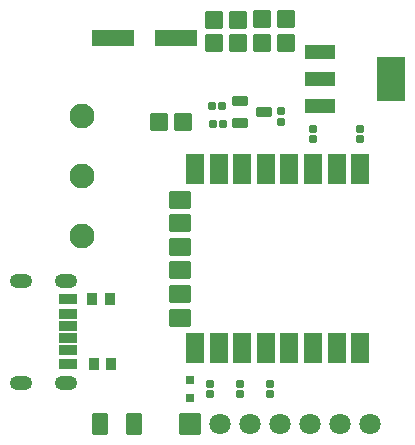
<source format=gts>
G04 Layer: TopSolderMaskLayer*
G04 EasyEDA v6.5.22, 2023-04-06 23:37:51*
G04 59bfaf2a9afe4f888a6a27d7eff82a53,13d4147aac1444c28c06bf4132869bd4,10*
G04 Gerber Generator version 0.2*
G04 Scale: 100 percent, Rotated: No, Reflected: No *
G04 Dimensions in millimeters *
G04 leading zeros omitted , absolute positions ,4 integer and 5 decimal *
%FSLAX45Y45*%
%MOMM*%

%AMMACRO1*1,1,$1,$2,$3*1,1,$1,$4,$5*1,1,$1,0-$2,0-$3*1,1,$1,0-$4,0-$5*20,1,$1,$2,$3,$4,$5,0*20,1,$1,$4,$5,0-$2,0-$3,0*20,1,$1,0-$2,0-$3,0-$4,0-$5,0*20,1,$1,0-$4,0-$5,$2,$3,0*4,1,4,$2,$3,$4,$5,0-$2,0-$3,0-$4,0-$5,$2,$3,0*%
%ADD10MACRO1,0.1016X-0.595X0.864X0.595X0.864*%
%ADD11MACRO1,0.1016X-0.4032X-0.432X-0.4032X0.432*%
%ADD12MACRO1,0.1016X0.4032X-0.432X0.4032X0.432*%
%ADD13MACRO1,0.1016X0.7493X0.4001X0.7493X-0.4001*%
%ADD14MACRO1,0.1016X0.7493X0.3797X0.7493X-0.3797*%
%ADD15MACRO1,0.1016X0.7493X0.3505X0.7493X-0.3505*%
%ADD16O,1.9015964X1.2015978000000003*%
%ADD17C,2.1016*%
%ADD18MACRO1,0.1016X0.625X-0.35X-0.625X-0.35*%
%ADD19MACRO1,0.1016X0.2828X0.27X0.2828X-0.27*%
%ADD20MACRO1,0.1016X-0.2828X0.27X-0.2828X-0.27*%
%ADD21MACRO1,0.1016X-0.27X0.2828X0.27X0.2828*%
%ADD22MACRO1,0.1016X-0.27X-0.2828X0.27X-0.2828*%
%ADD23MACRO1,0.1016X-0.675X0.705X0.675X0.705*%
%ADD24MACRO1,0.1016X-0.675X-0.705X0.675X-0.705*%
%ADD25MACRO1,0.1016X-0.705X-0.675X-0.705X0.675*%
%ADD26MACRO1,0.1016X0.705X-0.675X0.705X0.675*%
%ADD27MACRO1,0.1016X1.75X-0.6X-1.75X-0.6*%
%ADD28MACRO1,0.1016X-0.3X-0.3X-0.3X0.3*%
%ADD29MACRO1,0.1016X0.3X0.3X0.3X-0.3*%
%ADD30MACRO1,0.1016X-0.85X0.85X0.85X0.85*%
%ADD31C,1.8016*%
%ADD32MACRO1,0.1016X0.27X-0.2828X-0.27X-0.2828*%
%ADD33MACRO1,0.1016X0.27X0.2828X-0.27X0.2828*%
%ADD34MACRO1,0.1016X-0.7X-1.25X-0.7X1.25*%
%ADD35MACRO1,0.1016X-0.85X0.7X0.85X0.7*%
%ADD36MACRO1,0.1016X0.7X1.25X0.7X-1.25*%
%ADD37MACRO1,0.1016X1.25X-0.55X-1.25X-0.55*%
%ADD38MACRO1,0.1016X-1.17X-1.8X-1.17X1.8*%

%LPD*%
D10*
G01*
X845997Y-3619492D03*
G01*
X1134998Y-3619492D03*
D11*
G01*
X943324Y-3117994D03*
D12*
G01*
X792674Y-3117994D03*
D11*
G01*
X934322Y-2568493D03*
D12*
G01*
X783672Y-2568493D03*
D13*
G01*
X574492Y-3118446D03*
D14*
G01*
X574492Y-2995510D03*
D15*
G01*
X574492Y-2893529D03*
G01*
X574492Y-2793453D03*
D14*
G01*
X574492Y-2691472D03*
D13*
G01*
X574492Y-2568536D03*
D16*
G01*
X559485Y-3275497D03*
G01*
X559485Y-2411491D03*
G01*
X179501Y-3275497D03*
G01*
X179501Y-2411491D03*
D17*
G01*
X695452Y-1016000D03*
G01*
X695452Y-1524000D03*
G01*
X695452Y-2032000D03*
D18*
G01*
X2036648Y-886459D03*
G01*
X2036648Y-1076450D03*
G01*
X2236647Y-981454D03*
D19*
G01*
X1797709Y-933957D03*
D20*
G01*
X1884274Y-933957D03*
D21*
G01*
X2377947Y-1062838D03*
D22*
G01*
X2377947Y-976273D03*
D19*
G01*
X1801265Y-1083056D03*
D20*
G01*
X1887830Y-1083056D03*
D23*
G01*
X1814995Y-399003D03*
D24*
G01*
X1814995Y-198998D03*
D23*
G01*
X2017994Y-399003D03*
D24*
G01*
X2017994Y-198998D03*
D23*
G01*
X2219591Y-396902D03*
D24*
G01*
X2219591Y-196898D03*
D23*
G01*
X2421994Y-395003D03*
D24*
G01*
X2421994Y-194998D03*
D25*
G01*
X1551000Y-1066497D03*
D26*
G01*
X1350995Y-1066497D03*
D27*
G01*
X958999Y-356999D03*
G01*
X1492994Y-356999D03*
D28*
G01*
X1609496Y-3398997D03*
D29*
G01*
X1609496Y-3248990D03*
D30*
G01*
X1612900Y-3619500D03*
D31*
G01*
X1866900Y-3619500D03*
G01*
X2120900Y-3619500D03*
G01*
X2374900Y-3619500D03*
G01*
X2628900Y-3619500D03*
G01*
X2882900Y-3619500D03*
G01*
X3136900Y-3619500D03*
D32*
G01*
X3051195Y-1124215D03*
D33*
G01*
X3051195Y-1210781D03*
D32*
G01*
X2650495Y-1124215D03*
D33*
G01*
X2650495Y-1210781D03*
D21*
G01*
X2032000Y-3370682D03*
D22*
G01*
X2032000Y-3284117D03*
D21*
G01*
X2286000Y-3370682D03*
D22*
G01*
X2286000Y-3284117D03*
D21*
G01*
X1778000Y-3370682D03*
D22*
G01*
X1778000Y-3284117D03*
D34*
G01*
X3051060Y-2977573D03*
G01*
X2851061Y-2977548D03*
G01*
X2651061Y-2977573D03*
G01*
X2451061Y-2977497D03*
G01*
X2251062Y-2977573D03*
G01*
X2051062Y-2977649D03*
G01*
X1851063Y-2977522D03*
G01*
X1651063Y-2977370D03*
D35*
G01*
X1520974Y-2722168D03*
G01*
X1521051Y-2522169D03*
G01*
X1521051Y-2322245D03*
G01*
X1521051Y-2122169D03*
G01*
X1521101Y-1922297D03*
G01*
X1520949Y-1722501D03*
D36*
G01*
X1651063Y-1467426D03*
G01*
X1851063Y-1467350D03*
G01*
X2051062Y-1467350D03*
G01*
X2251062Y-1467350D03*
G01*
X2451061Y-1467350D03*
G01*
X2651061Y-1467350D03*
G01*
X2851061Y-1467350D03*
G01*
X3051060Y-1467350D03*
D37*
G01*
X2713501Y-472500D03*
G01*
X2713501Y-702497D03*
G01*
X2713501Y-932494D03*
D38*
G01*
X3307496Y-702497D03*
M02*

</source>
